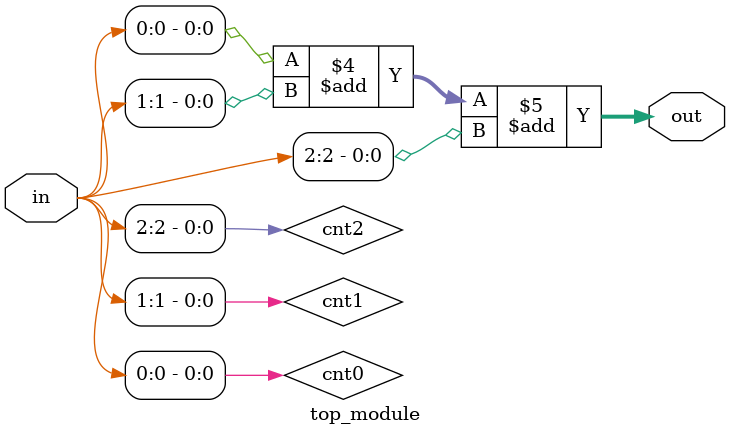
<source format=v>
module top_module( 
    input [2:0] in,
    output [1:0] out );
	wire cnt0,cnt1,cnt2;
    assign cnt0 = (in[0]==1);
    assign cnt1 = (in[1]==1);
    assign cnt2 = (in[2]==1);
    assign out = cnt0+cnt1+cnt2;
endmodule

//-2-//
//truth table 
//assign out[0] = (~in[2] & ~in[1] & in[0]) | (~in[2] & in[1] & ~in[0]) | (in[2] & ~in[1] & ~in[0]) | (in[2] & in[1] & in[0]);
//assign out[1] = (in[1] & in[0]) | (in[2] & in[0]) | (in[2] & in[1]);

//-3-//
//case
/*
always @(*) begin
		case (in)
			3'd0: out = 2'd0;
			3'd1: out = 2'd1;
			3'd2: out = 2'd1;
			3'd3: out = 2'd2;
			3'd4: out = 2'd1;
			3'd5: out = 2'd2;
			3'd6: out = 2'd2;
			3'd7: out = 2'd3;
		endcase
	end
*/

</source>
